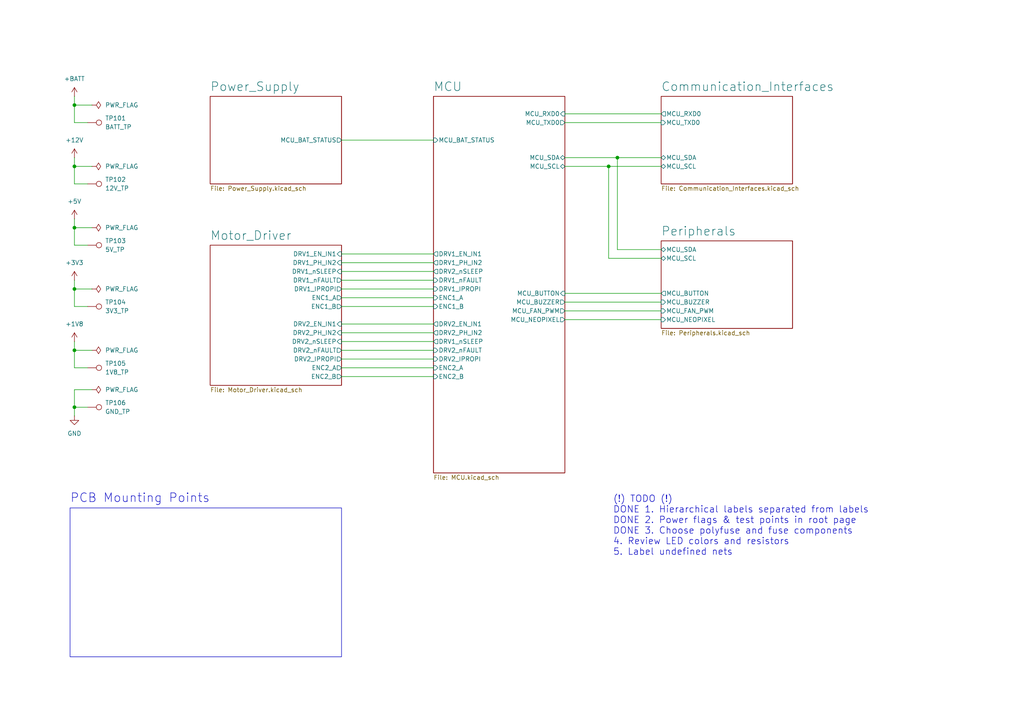
<source format=kicad_sch>
(kicad_sch (version 20231120) (generator "eeschema") (generator_version "8.0")
  (paper "A4")
  (title_block (title "LizardBot 1 Control Board: Hierarchical Sheet") (date "2024-06-26") (rev "v1.0.0") (company "Lizard Electronics") (comment 1 "Designed by: Manuel Lagarto"))
  (lib_symbols
    (symbol "Connector:TestPoint" (pin_numbers hide) (pin_names (offset 0.762) hide)
      (property "Reference" "TP" (at 0 6.858 0))
      (property "Value" "TestPoint" (at 0 5.08 0))
      (symbol "TestPoint_0_1"
        (circle (center 0 3.302) (radius 0.762))
      )
      (symbol "TestPoint_1_1"
        (pin passive line (at 0 0 90) (length 2.54) (name "1") (number "1"))
      )
    )
    (symbol "power:+12V" (power) (pin_numbers hide) (pin_names (offset 0) hide)
      (property "Value" "+12V" (at 0 3.556 0))
      (symbol "+12V_0_1"
        (polyline (pts (xy -0.762 1.27) (xy 0 2.54)))
        (polyline (pts (xy 0 0) (xy 0 2.54)))
        (polyline (pts (xy 0 2.54) (xy 0.762 1.27)))
      )
      (symbol "+12V_1_1"
        (pin power_in line (at 0 0 90) (length 0) (name "~") (number "1"))
      )
    )
    (symbol "power:+1V8" (power) (pin_numbers hide) (pin_names (offset 0) hide)
      (property "Value" "+1V8" (at 0 3.556 0))
      (symbol "+1V8_0_1"
        (polyline (pts (xy -0.762 1.27) (xy 0 2.54)))
        (polyline (pts (xy 0 0) (xy 0 2.54)))
        (polyline (pts (xy 0 2.54) (xy 0.762 1.27)))
      )
      (symbol "+1V8_1_1"
        (pin power_in line (at 0 0 90) (length 0) (name "~") (number "1"))
      )
    )
    (symbol "power:+3V3" (power) (pin_numbers hide) (pin_names (offset 0) hide)
      (property "Value" "+3V3" (at 0 3.556 0))
      (symbol "+3V3_0_1"
        (polyline (pts (xy -0.762 1.27) (xy 0 2.54)))
        (polyline (pts (xy 0 0) (xy 0 2.54)))
        (polyline (pts (xy 0 2.54) (xy 0.762 1.27)))
      )
      (symbol "+3V3_1_1"
        (pin power_in line (at 0 0 90) (length 0) (name "~") (number "1"))
      )
    )
    (symbol "power:+5V" (power) (pin_numbers hide) (pin_names (offset 0) hide)
      (property "Value" "+5V" (at 0 3.556 0))
      (symbol "+5V_0_1"
        (polyline (pts (xy -0.762 1.27) (xy 0 2.54)))
        (polyline (pts (xy 0 0) (xy 0 2.54)))
        (polyline (pts (xy 0 2.54) (xy 0.762 1.27)))
      )
      (symbol "+5V_1_1"
        (pin power_in line (at 0 0 90) (length 0) (name "~") (number "1"))
      )
    )
    (symbol "power:+BATT" (power) (pin_numbers hide) (pin_names (offset 0) hide)
      (property "Value" "+BATT" (at 0 3.556 0))
      (symbol "+BATT_0_1"
        (polyline (pts (xy -0.762 1.27) (xy 0 2.54)))
        (polyline (pts (xy 0 0) (xy 0 2.54)))
        (polyline (pts (xy 0 2.54) (xy 0.762 1.27)))
      )
      (symbol "+BATT_1_1"
        (pin power_in line (at 0 0 90) (length 0) (name "~") (number "1"))
      )
    )
    (symbol "power:GND" (power) (pin_numbers hide) (pin_names (offset 0) hide)
      (property "Value" "GND" (at 0 -3.81 0))
      (symbol "GND_0_1"
        (polyline (pts (xy 0 0) (xy 0 -1.27) (xy 1.27 -1.27) (xy 0 -2.54) (xy -1.27 -1.27) (xy 0 -1.27)))
      )
      (symbol "GND_1_1"
        (pin power_in line (at 0 0 270) (length 0) (name "~") (number "1"))
      )
    )
    (symbol "power:PWR_FLAG" (power) (pin_numbers hide) (pin_names (offset 0) hide)
      (property "Value" "PWR_FLAG" (at 0 3.81 0))
      (symbol "PWR_FLAG_0_0"
        (pin power_out line (at 0 0 90) (length 0) (name "~") (number "1"))
      )
      (symbol "PWR_FLAG_0_1"
        (polyline (pts (xy 0 0) (xy 0 1.27) (xy -1.016 1.905) (xy 0 2.54) (xy 1.016 1.905) (xy 0 1.27)))
      )
    )
  )
  (junction (at 21.59 118.11))
  (junction (at 176.53 48.26))
  (junction (at 21.59 48.26))
  (junction (at 21.59 101.6))
  (junction (at 21.59 66.04))
  (junction (at 179.07 45.72))
  (junction (at 21.59 30.48))
  (junction (at 21.59 83.82))
  (wire (pts (xy 163.83 87.63) (xy 191.77 87.63)))
  (wire (pts (xy 21.59 118.11) (xy 21.59 120.65)))
  (wire (pts (xy 21.59 35.56) (xy 25.4 35.56)))
  (wire (pts (xy 99.06 96.52) (xy 125.73 96.52)))
  (wire (pts (xy 21.59 113.03) (xy 21.59 118.11)))
  (wire (pts (xy 99.06 78.74) (xy 125.73 78.74)))
  (wire (pts (xy 179.07 45.72) (xy 163.83 45.72)))
  (wire (pts (xy 99.06 93.98) (xy 125.73 93.98)))
  (wire (pts (xy 99.06 88.9) (xy 125.73 88.9)))
  (wire (pts (xy 163.83 85.09) (xy 191.77 85.09)))
  (wire (pts (xy 163.83 33.02) (xy 191.77 33.02)))
  (wire (pts (xy 99.06 81.28) (xy 125.73 81.28)))
  (wire (pts (xy 21.59 83.82) (xy 21.59 88.9)))
  (wire (pts (xy 99.06 104.14) (xy 125.73 104.14)))
  (wire (pts (xy 99.06 73.66) (xy 125.73 73.66)))
  (wire (pts (xy 21.59 27.94) (xy 21.59 30.48)))
  (wire (pts (xy 21.59 45.72) (xy 21.59 48.26)))
  (wire (pts (xy 21.59 63.5) (xy 21.59 66.04)))
  (wire (pts (xy 21.59 48.26) (xy 21.59 53.34)))
  (wire (pts (xy 21.59 113.03) (xy 26.67 113.03)))
  (wire (pts (xy 176.53 48.26) (xy 191.77 48.26)))
  (wire (pts (xy 21.59 53.34) (xy 25.4 53.34)))
  (wire (pts (xy 99.06 109.22) (xy 125.73 109.22)))
  (wire (pts (xy 21.59 30.48) (xy 21.59 35.56)))
  (wire (pts (xy 163.83 92.71) (xy 191.77 92.71)))
  (wire (pts (xy 21.59 66.04) (xy 26.67 66.04)))
  (wire (pts (xy 99.06 40.64) (xy 125.73 40.64)))
  (wire (pts (xy 176.53 74.93) (xy 191.77 74.93)))
  (wire (pts (xy 176.53 74.93) (xy 176.53 48.26)))
  (wire (pts (xy 163.83 90.17) (xy 191.77 90.17)))
  (wire (pts (xy 179.07 72.39) (xy 179.07 45.72)))
  (wire (pts (xy 179.07 72.39) (xy 191.77 72.39)))
  (wire (pts (xy 21.59 81.28) (xy 21.59 83.82)))
  (wire (pts (xy 163.83 35.56) (xy 191.77 35.56)))
  (wire (pts (xy 21.59 83.82) (xy 26.67 83.82)))
  (wire (pts (xy 21.59 118.11) (xy 25.4 118.11)))
  (wire (pts (xy 176.53 48.26) (xy 163.83 48.26)))
  (wire (pts (xy 99.06 106.68) (xy 125.73 106.68)))
  (wire (pts (xy 99.06 99.06) (xy 125.73 99.06)))
  (wire (pts (xy 21.59 71.12) (xy 25.4 71.12)))
  (wire (pts (xy 21.59 99.06) (xy 21.59 101.6)))
  (wire (pts (xy 179.07 45.72) (xy 191.77 45.72)))
  (wire (pts (xy 99.06 83.82) (xy 125.73 83.82)))
  (wire (pts (xy 21.59 48.26) (xy 26.67 48.26)))
  (wire (pts (xy 99.06 101.6) (xy 125.73 101.6)))
  (wire (pts (xy 21.59 88.9) (xy 25.4 88.9)))
  (wire (pts (xy 21.59 30.48) (xy 26.67 30.48)))
  (wire (pts (xy 21.59 106.68) (xy 25.4 106.68)))
  (wire (pts (xy 21.59 101.6) (xy 26.67 101.6)))
  (wire (pts (xy 21.59 101.6) (xy 21.59 106.68)))
  (wire (pts (xy 21.59 66.04) (xy 21.59 71.12)))
  (wire (pts (xy 99.06 76.2) (xy 125.73 76.2)))
  (wire (pts (xy 99.06 86.36) (xy 125.73 86.36)))
  (rectangle (start 20.32 147.32) (end 99.06 190.5))
  (text "PCB Mounting Points" (at 20.32 146.05 0) (effects (font (size 2.54 2.54)) (justify left bottom)))
  (text "(!) TODO (!)\nDONE 1. Hierarchical labels separated from labels\nDONE 2. Power flags & test points in root page\nDONE 3. Choose polyfuse and fuse components\n4. Review LED colors and resistors\n5. Label undefined nets" (at 177.8 161.29 0) (effects (font (size 1.905 1.905)) (justify left bottom)))
  (symbol (lib_id "power:+1V8") (at 21.59 99.06 0) (unit 1)
    (property "Reference" "#PWR0105" (effects (hide yes)))
    (property "Value" "+1V8" (at 21.59 93.98 0))
    (property "Description" "Power symbol creates a global label with name \"+1V8\"" (effects (hide yes)))
  )
  (symbol (lib_id "power:+12V") (at 21.59 45.72 0) (unit 1)
    (property "Reference" "#PWR0102" (effects (hide yes)))
    (property "Value" "+12V" (at 21.59 40.64 0))
    (property "Description" "Power symbol creates a global label with name \"+12V\"" (effects (hide yes)))
  )
  (symbol (lib_id "power:PWR_FLAG") (at 26.67 48.26 270) (unit 1)
    (property "Reference" "#FLG0102" (effects (hide yes)))
    (property "Value" "PWR_FLAG" (at 30.48 48.2599 90) (effects (justify left)))
    (property "Description" "Special symbol for telling ERC where power comes from" (effects (hide yes)))
  )
  (symbol (lib_id "power:+5V") (at 21.59 63.5 0) (unit 1)
    (property "Reference" "#PWR0103" (effects (hide yes)))
    (property "Value" "+5V" (at 21.59 58.42 0))
    (property "Description" "Power symbol creates a global label with name \"+5V\"" (effects (hide yes)))
  )
  (symbol (lib_id "power:PWR_FLAG") (at 26.67 113.03 270) (unit 1)
    (property "Reference" "#FLG0106" (effects (hide yes)))
    (property "Value" "PWR_FLAG" (at 30.48 113.0299 90) (effects (justify left)))
    (property "Description" "Special symbol for telling ERC where power comes from" (effects (hide yes)))
  )
  (symbol (lib_id "power:+BATT") (at 21.59 27.94 0) (unit 1)
    (property "Reference" "#PWR0101" (effects (hide yes)))
    (property "Value" "+BATT" (at 21.59 22.86 0))
    (property "Description" "Power symbol creates a global label with name \"+BATT\"" (effects (hide yes)))
  )
  (symbol (lib_id "Connector:TestPoint") (at 25.4 118.11 270) (unit 1)
    (property "Reference" "TP106" (at 30.48 116.8399 90) (effects (justify left)))
    (property "Value" "GND_TP" (at 30.48 119.3799 90) (effects (justify left)))
    (property "Description" "test point" (effects (hide yes)))
  )
  (symbol (lib_id "Connector:TestPoint") (at 25.4 71.12 270) (unit 1)
    (property "Reference" "TP103" (at 30.48 69.8499 90) (effects (justify left)))
    (property "Value" "5V_TP" (at 30.48 72.3899 90) (effects (justify left)))
    (property "Description" "test point" (effects (hide yes)))
  )
  (symbol (lib_id "Connector:TestPoint") (at 25.4 106.68 270) (unit 1)
    (property "Reference" "TP105" (at 30.48 105.4099 90) (effects (justify left)))
    (property "Value" "1V8_TP" (at 30.48 107.9499 90) (effects (justify left)))
    (property "Description" "test point" (effects (hide yes)))
  )
  (symbol (lib_id "power:GND") (at 21.59 120.65 0) (unit 1)
    (property "Reference" "#PWR0106" (effects (hide yes)))
    (property "Value" "GND" (at 21.59 125.73 0))
    (property "Description" "Power symbol creates a global label with name \"GND\" , ground" (effects (hide yes)))
  )
  (symbol (lib_id "Connector:TestPoint") (at 25.4 35.56 270) (unit 1)
    (property "Reference" "TP101" (at 30.48 34.2899 90) (effects (justify left)))
    (property "Value" "BATT_TP" (at 30.48 36.8299 90) (effects (justify left)))
    (property "Description" "test point" (effects (hide yes)))
  )
  (symbol (lib_id "Connector:TestPoint") (at 25.4 88.9 270) (unit 1)
    (property "Reference" "TP104" (at 30.48 87.6299 90) (effects (justify left)))
    (property "Value" "3V3_TP" (at 30.48 90.1699 90) (effects (justify left)))
    (property "Description" "test point" (effects (hide yes)))
  )
  (symbol (lib_id "power:PWR_FLAG") (at 26.67 66.04 270) (unit 1)
    (property "Reference" "#FLG0103" (effects (hide yes)))
    (property "Value" "PWR_FLAG" (at 30.48 66.0399 90) (effects (justify left)))
    (property "Description" "Special symbol for telling ERC where power comes from" (effects (hide yes)))
  )
  (symbol (lib_id "Connector:TestPoint") (at 25.4 53.34 270) (unit 1)
    (property "Reference" "TP102" (at 30.48 52.0699 90) (effects (justify left)))
    (property "Value" "12V_TP" (at 30.48 54.6099 90) (effects (justify left)))
    (property "Description" "test point" (effects (hide yes)))
  )
  (symbol (lib_id "power:+3V3") (at 21.59 81.28 0) (unit 1)
    (property "Reference" "#PWR0104" (effects (hide yes)))
    (property "Value" "+3V3" (at 21.59 76.2 0))
    (property "Description" "Power symbol creates a global label with name \"+3V3\"" (effects (hide yes)))
  )
  (symbol (lib_id "power:PWR_FLAG") (at 26.67 30.48 270) (unit 1)
    (property "Reference" "#FLG0101" (effects (hide yes)))
    (property "Value" "PWR_FLAG" (at 30.48 30.4799 90) (effects (justify left)))
    (property "Description" "Special symbol for telling ERC where power comes from" (effects (hide yes)))
  )
  (symbol (lib_id "power:PWR_FLAG") (at 26.67 83.82 270) (unit 1)
    (property "Reference" "#FLG0104" (effects (hide yes)))
    (property "Value" "PWR_FLAG" (at 30.48 83.8199 90) (effects (justify left)))
    (property "Description" "Special symbol for telling ERC where power comes from" (effects (hide yes)))
  )
  (symbol (lib_id "power:PWR_FLAG") (at 26.67 101.6 270) (unit 1)
    (property "Reference" "#FLG0105" (effects (hide yes)))
    (property "Value" "PWR_FLAG" (at 30.48 101.5999 90) (effects (justify left)))
    (property "Description" "Special symbol for telling ERC where power comes from" (effects (hide yes)))
  )
  (sheet (at 60.96 27.94) (size 38.1 25.4) (stroke (width 0.1524))
    (property "Sheetname" "Power_Supply" (at 60.96 26.5934 0) (effects (font (size 2.54 2.54)) (justify left bottom)))
    (property "Sheetfile" "Power_Supply.kicad_sch" (at 60.96 53.9246 0) (effects (justify left top)))
    (pin "MCU_BAT_STATUS" output (at 99.06 40.64 0))
  )
  (sheet (at 60.96 71.12) (size 38.1 40.64) (stroke (width 0.1524))
    (property "Sheetname" "Motor_Driver" (at 60.96 69.7734 0) (effects (font (size 2.54 2.54)) (justify left bottom)))
    (property "Sheetfile" "Motor_Driver.kicad_sch" (at 60.96 112.3446 0) (effects (justify left top)))
    (pin "DRV1_IPROPI" output (at 99.06 83.82 0))
    (pin "DRV1_nFAULT" output (at 99.06 81.28 0))
    (pin "DRV2_PH_IN2" input (at 99.06 96.52 0))
    (pin "DRV2_EN_IN1" input (at 99.06 93.98 0))
    (pin "DRV2_nSLEEP" input (at 99.06 99.06 0))
    (pin "DRV1_EN_IN1" input (at 99.06 73.66 0))
    (pin "DRV1_PH_IN2" input (at 99.06 76.2 0))
    (pin "DRV1_nSLEEP" input (at 99.06 78.74 0))
    (pin "DRV2_IPROPI" output (at 99.06 104.14 0))
    (pin "DRV2_nFAULT" output (at 99.06 101.6 0))
    (pin "ENC2_B" output (at 99.06 109.22 0))
    (pin "ENC2_A" output (at 99.06 106.68 0))
    (pin "ENC1_A" output (at 99.06 86.36 0))
    (pin "ENC1_B" output (at 99.06 88.9 0))
  )
  (sheet (at 125.73 27.94) (size 38.1 109.22) (stroke (width 0.1524))
    (property "Sheetname" "MCU" (at 125.73 26.5934 0) (effects (font (size 2.54 2.54)) (justify left bottom)))
    (property "Sheetfile" "MCU.kicad_sch" (at 125.73 137.7446 0) (effects (justify left top)))
    (pin "DRV2_EN_IN1" output (at 125.73 93.98 180))
    (pin "DRV2_PH_IN2" output (at 125.73 96.52 180))
    (pin "ENC1_A" input (at 125.73 86.36 180))
    (pin "ENC1_B" input (at 125.73 88.9 180))
    (pin "DRV1_nFAULT" input (at 125.73 81.28 180))
    (pin "DRV2_nSLEEP" output (at 125.73 78.74 180))
    (pin "ENC2_B" input (at 125.73 109.22 180))
    (pin "DRV2_IPROPI" input (at 125.73 104.14 180))
    (pin "ENC2_A" input (at 125.73 106.68 180))
    (pin "DRV2_nFAULT" input (at 125.73 101.6 180))
    (pin "MCU_BAT_STATUS" input (at 125.73 40.64 180))
    (pin "DRV1_IPROPI" input (at 125.73 83.82 180))
    (pin "DRV1_nSLEEP" output (at 125.73 99.06 180))
    (pin "DRV1_PH_IN2" output (at 125.73 76.2 180))
    (pin "DRV1_EN_IN1" output (at 125.73 73.66 180))
    (pin "MCU_BUZZER" output (at 163.83 87.63 0))
    (pin "MCU_FAN_PWM" output (at 163.83 90.17 0))
    (pin "MCU_NEOPIXEL" output (at 163.83 92.71 0))
    (pin "MCU_BUTTON" input (at 163.83 85.09 0))
    (pin "MCU_SDA" bidirectional (at 163.83 45.72 0))
    (pin "MCU_SCL" bidirectional (at 163.83 48.26 0))
    (pin "MCU_RXD0" input (at 163.83 33.02 0))
    (pin "MCU_TXD0" output (at 163.83 35.56 0))
  )
  (sheet (at 191.77 69.85) (size 38.1 25.4) (stroke (width 0.1524))
    (property "Sheetname" "Peripherals" (at 191.77 68.5034 0) (effects (font (size 2.54 2.54)) (justify left bottom)))
    (property "Sheetfile" "Peripherals.kicad_sch" (at 191.77 95.8346 0) (effects (justify left top)))
    (pin "MCU_BUZZER" input (at 191.77 87.63 180))
    (pin "MCU_FAN_PWM" input (at 191.77 90.17 180))
    (pin "MCU_NEOPIXEL" input (at 191.77 92.71 180))
    (pin "MCU_SCL" bidirectional (at 191.77 74.93 180))
    (pin "MCU_SDA" bidirectional (at 191.77 72.39 180))
    (pin "MCU_BUTTON" output (at 191.77 85.09 180))
  )
  (sheet (at 191.77 27.94) (size 38.1 25.4) (stroke (width 0.1524))
    (property "Sheetname" "Communication_Interfaces" (at 191.77 26.5934 0) (effects (font (size 2.54 2.54)) (justify left bottom)))
    (property "Sheetfile" "Communication_Interfaces.kicad_sch" (at 191.77 53.9246 0) (effects (justify left top)))
    (pin "MCU_SDA" bidirectional (at 191.77 45.72 180))
    (pin "MCU_SCL" bidirectional (at 191.77 48.26 180))
    (pin "MCU_RXD0" output (at 191.77 33.02 180))
    (pin "MCU_TXD0" input (at 191.77 35.56 180))
  )
)
</source>
